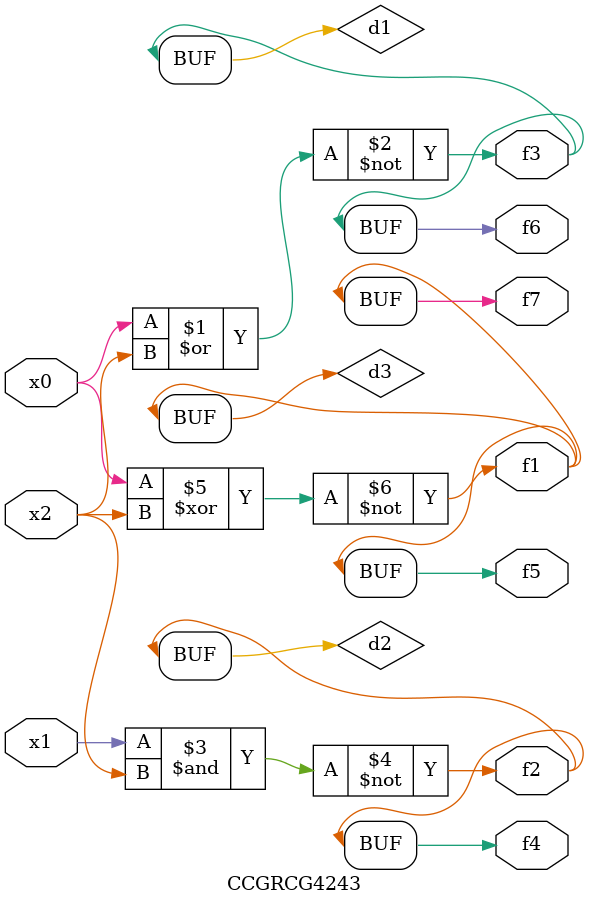
<source format=v>
module CCGRCG4243(
	input x0, x1, x2,
	output f1, f2, f3, f4, f5, f6, f7
);

	wire d1, d2, d3;

	nor (d1, x0, x2);
	nand (d2, x1, x2);
	xnor (d3, x0, x2);
	assign f1 = d3;
	assign f2 = d2;
	assign f3 = d1;
	assign f4 = d2;
	assign f5 = d3;
	assign f6 = d1;
	assign f7 = d3;
endmodule

</source>
